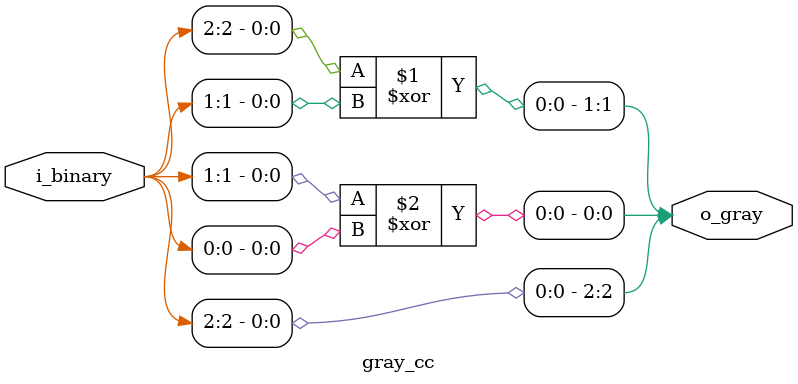
<source format=v>

module gray_cc 
//#(
//	parameter BW_DATA = 3
(
	//input	[BW_DATA-1:0]	i_binary,
	//output	[BW_DATA-1:0]	o_gray
	input	[2:0]	i_binary,
	output	[2:0]	o_gray
);
	
	assign o_gray[2] = i_binary[2];
	
	assign o_gray[1] = i_binary[2]^i_binary[1];
	assign o_gray[0] = i_binary[1]^i_binary[0];

endmodule

</source>
